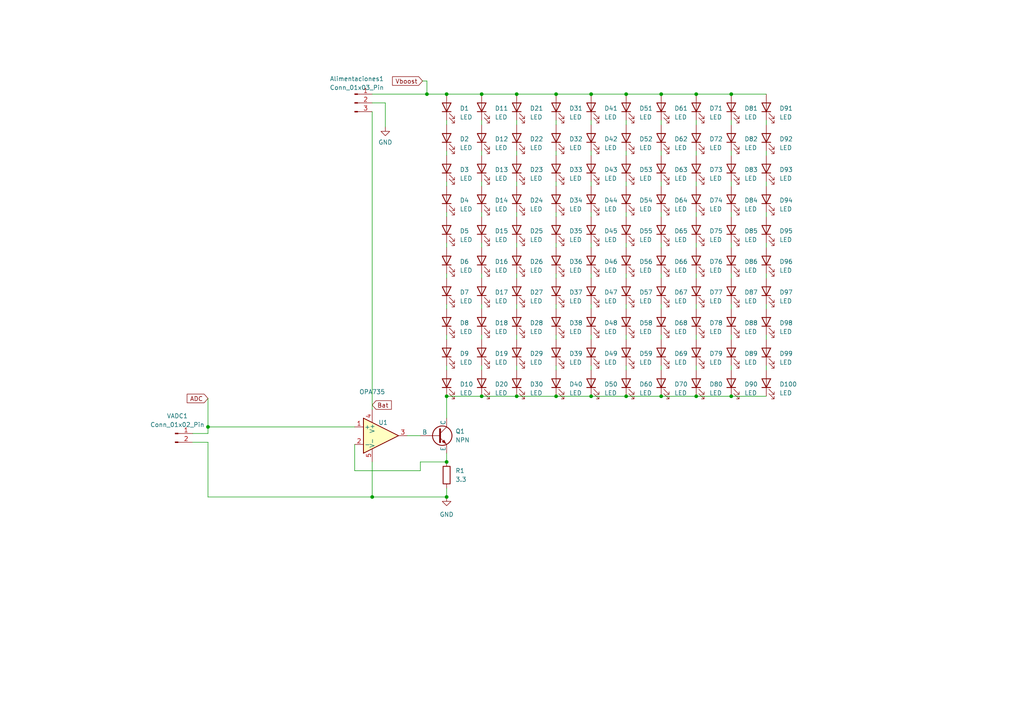
<source format=kicad_sch>
(kicad_sch (version 20231120) (generator "eeschema") (generator_version "8.0")
  (paper "A4")
  (lib_symbols
    (symbol "Connector:Conn_01x02_Pin" (pin_names (offset 1.016) hide)
      (property "Reference" "J" (at 0 2.54 0))
      (property "Value" "Conn_01x02_Pin" (at 0 -5.08 0))
      (symbol "Conn_01x02_Pin_1_1"
        (polyline (pts (xy 1.27 -2.54) (xy 0.8636 -2.54)) (stroke (width 0.1524)))
        (polyline (pts (xy 1.27 0) (xy 0.8636 0)) (stroke (width 0.1524)))
        (rectangle (start 0.8636 -2.413) (end 0 -2.667) (stroke (width 0.1524)) (fill (type outline)))
        (rectangle (start 0.8636 0.127) (end 0 -0.127) (stroke (width 0.1524)) (fill (type outline)))
        (pin passive line (at 5.08 0 180) (length 3.81) (name "Pin_1") (number "1"))
        (pin passive line (at 5.08 -2.54 180) (length 3.81) (name "Pin_2") (number "2"))
      )
    )
    (symbol "Connector:Conn_01x03_Pin" (pin_names (offset 1.016) hide)
      (property "Reference" "J" (at 0 5.08 0))
      (property "Value" "Conn_01x03_Pin" (at 0 -5.08 0))
      (symbol "Conn_01x03_Pin_1_1"
        (polyline (pts (xy 1.27 -2.54) (xy 0.8636 -2.54)) (stroke (width 0.1524)))
        (polyline (pts (xy 1.27 0) (xy 0.8636 0)) (stroke (width 0.1524)))
        (polyline (pts (xy 1.27 2.54) (xy 0.8636 2.54)) (stroke (width 0.1524)))
        (rectangle (start 0.8636 -2.413) (end 0 -2.667) (stroke (width 0.1524)) (fill (type outline)))
        (rectangle (start 0.8636 0.127) (end 0 -0.127) (stroke (width 0.1524)) (fill (type outline)))
        (rectangle (start 0.8636 2.667) (end 0 2.413) (stroke (width 0.1524)) (fill (type outline)))
        (pin passive line (at 5.08 2.54 180) (length 3.81) (name "Pin_1") (number "1"))
        (pin passive line (at 5.08 0 180) (length 3.81) (name "Pin_2") (number "2"))
        (pin passive line (at 5.08 -2.54 180) (length 3.81) (name "Pin_3") (number "3"))
      )
    )
    (symbol "Device:LED" (pin_numbers hide) (pin_names (offset 1.016) hide)
      (property "Reference" "D" (at 0 2.54 0))
      (property "Value" "LED" (at 0 -2.54 0))
      (symbol "LED_0_1"
        (polyline (pts (xy -1.27 -1.27) (xy -1.27 1.27)) (stroke (width 0.254)))
        (polyline (pts (xy -1.27 0) (xy 1.27 0)))
        (polyline (pts (xy 1.27 -1.27) (xy 1.27 1.27) (xy -1.27 0) (xy 1.27 -1.27)) (stroke (width 0.254)))
        (polyline (pts (xy -3.048 -0.762) (xy -4.572 -2.286) (xy -3.81 -2.286) (xy -4.572 -2.286) (xy -4.572 -1.524)))
        (polyline (pts (xy -1.778 -0.762) (xy -3.302 -2.286) (xy -2.54 -2.286) (xy -3.302 -2.286) (xy -3.302 -1.524)))
      )
      (symbol "LED_1_1"
        (pin passive line (at -3.81 0 0) (length 2.54) (name "K") (number "1"))
        (pin passive line (at 3.81 0 180) (length 2.54) (name "A") (number "2"))
      )
    )
    (symbol "Device:R" (pin_numbers hide) (pin_names (offset 0))
      (property "Reference" "R" (at 2.032 0 90))
      (property "Value" "R" (at 0 0 90))
      (symbol "R_0_1"
        (rectangle (start -1.016 -2.54) (end 1.016 2.54) (stroke (width 0.254)))
      )
      (symbol "R_1_1"
        (pin passive line (at 0 3.81 270) (length 1.27) (name "~") (number "1"))
        (pin passive line (at 0 -3.81 90) (length 1.27) (name "~") (number "2"))
      )
    )
    (symbol "Simulation_SPICE:NPN" (pin_numbers hide) (pin_names (offset 0))
      (property "Reference" "Q" (at -2.54 7.62 0))
      (property "Value" "NPN" (at -2.54 5.08 0))
      (symbol "NPN_0_1"
        (polyline (pts (xy -2.54 0) (xy 0.635 0)) (stroke (width 0.1524)))
        (polyline (pts (xy 0.635 0.635) (xy 2.54 2.54)))
        (polyline (pts (xy 2.794 -1.27) (xy 2.794 -1.27)) (stroke (width 0.1524)))
        (polyline (pts (xy 2.794 -1.27) (xy 2.794 -1.27)) (stroke (width 0.1524)))
        (polyline (pts (xy 0.635 -0.635) (xy 2.54 -2.54) (xy 2.54 -2.54)))
        (polyline (pts (xy 0.635 1.905) (xy 0.635 -1.905) (xy 0.635 -1.905)) (stroke (width 0.508)))
        (polyline (pts (xy 1.27 -1.778) (xy 1.778 -1.27) (xy 2.286 -2.286) (xy 1.27 -1.778) (xy 1.27 -1.778)) (fill (type outline)))
        (circle (center 1.27 0) (radius 2.8194) (stroke (width 0.254)))
      )
      (symbol "NPN_1_1"
        (pin open_collector line (at 2.54 5.08 270) (length 2.54) (name "C") (number "1"))
        (pin input line (at -5.08 0 0) (length 2.54) (name "B") (number "2"))
        (pin open_emitter line (at 2.54 -5.08 90) (length 2.54) (name "E") (number "3"))
      )
    )
    (symbol "Simulation_SPICE:OPAMP" (pin_names (offset 0.254))
      (property "Reference" "U" (at 3.81 3.175 0))
      (property "Value" "${SIM.PARAMS}" (at 3.81 -3.175 0))
      (symbol "OPAMP_0_1"
        (polyline (pts (xy 5.08 0) (xy -5.08 5.08) (xy -5.08 -5.08) (xy 5.08 0)) (stroke (width 0.254)) (fill (type background)))
      )
      (symbol "OPAMP_1_1"
        (pin input line (at -7.62 2.54 0) (length 2.54) (name "+") (number "1"))
        (pin input line (at -7.62 -2.54 0) (length 2.54) (name "-") (number "2"))
        (pin output line (at 7.62 0 180) (length 2.54) (name "~") (number "3"))
        (pin power_in line (at -2.54 7.62 270) (length 3.81) (name "V+") (number "4"))
        (pin power_in line (at -2.54 -7.62 90) (length 3.81) (name "V-") (number "5"))
      )
    )
    (symbol "power:GND" (power) (pin_names (offset 0))
      (property "Value" "GND" (at 0 -3.81 0))
      (symbol "GND_0_1"
        (polyline (pts (xy 0 0) (xy 0 -1.27) (xy 1.27 -1.27) (xy 0 -2.54) (xy -1.27 -1.27) (xy 0 -1.27)))
      )
      (symbol "GND_1_1"
        (pin power_in line (at 0 0 270) (length 0) hide (name "GND") (number "1"))
      )
    )
  )
  (junction (at 181.61 27.305))
  (junction (at 149.86 27.305))
  (junction (at 201.93 27.305))
  (junction (at 161.29 114.935))
  (junction (at 107.95 144.145))
  (junction (at 129.54 133.985))
  (junction (at 123.825 27.305))
  (junction (at 171.45 114.935))
  (junction (at 139.7 114.935))
  (junction (at 129.54 144.145))
  (junction (at 129.54 27.305))
  (junction (at 129.54 114.935))
  (junction (at 139.7 27.305))
  (junction (at 149.86 114.935))
  (junction (at 191.77 114.935))
  (junction (at 181.61 114.935))
  (junction (at 201.93 114.935))
  (junction (at 171.45 27.305))
  (junction (at 212.09 27.305))
  (junction (at 60.325 123.825))
  (junction (at 191.77 27.305))
  (junction (at 161.29 27.305))
  (junction (at 212.09 114.935))
  (wire (pts (xy 129.54 43.815) (xy 129.54 45.085)))
  (wire (pts (xy 171.45 97.155) (xy 171.45 98.425)))
  (wire (pts (xy 149.86 106.045) (xy 149.86 107.315)))
  (wire (pts (xy 139.7 52.705) (xy 139.7 53.975)))
  (wire (pts (xy 212.09 43.815) (xy 212.09 45.085)))
  (wire (pts (xy 181.61 97.155) (xy 181.61 98.425)))
  (wire (pts (xy 201.93 97.155) (xy 201.93 98.425)))
  (wire (pts (xy 212.09 61.595) (xy 212.09 62.865)))
  (wire (pts (xy 222.25 97.155) (xy 222.25 98.425)))
  (wire (pts (xy 212.09 114.935) (xy 201.93 114.935)))
  (wire (pts (xy 139.7 88.265) (xy 139.7 89.535)))
  (wire (pts (xy 161.29 70.485) (xy 161.29 71.755)))
  (wire (pts (xy 149.86 43.815) (xy 149.86 45.085)))
  (wire (pts (xy 171.45 61.595) (xy 171.45 62.865)))
  (wire (pts (xy 201.93 61.595) (xy 201.93 62.865)))
  (wire (pts (xy 161.29 88.265) (xy 161.29 89.535)))
  (wire (pts (xy 60.325 144.145) (xy 107.95 144.145)))
  (wire (pts (xy 161.29 43.815) (xy 161.29 45.085)))
  (wire (pts (xy 181.61 61.595) (xy 181.61 62.865)))
  (wire (pts (xy 201.93 27.305) (xy 212.09 27.305)))
  (wire (pts (xy 201.93 43.815) (xy 201.93 45.085)))
  (wire (pts (xy 149.86 97.155) (xy 149.86 98.425)))
  (wire (pts (xy 171.45 52.705) (xy 171.45 53.975)))
  (wire (pts (xy 222.25 79.375) (xy 222.25 80.645)))
  (wire (pts (xy 139.7 114.935) (xy 129.54 114.935)))
  (wire (pts (xy 161.29 114.935) (xy 149.86 114.935)))
  (wire (pts (xy 123.825 27.305) (xy 129.54 27.305)))
  (wire (pts (xy 121.92 136.525) (xy 121.92 133.985)))
  (wire (pts (xy 129.54 141.605) (xy 129.54 144.145)))
  (wire (pts (xy 139.7 79.375) (xy 139.7 80.645)))
  (wire (pts (xy 191.77 27.305) (xy 201.93 27.305)))
  (wire (pts (xy 181.61 34.925) (xy 181.61 36.195)))
  (wire (pts (xy 222.25 70.485) (xy 222.25 71.755)))
  (wire (pts (xy 111.76 36.83) (xy 111.76 29.845)))
  (wire (pts (xy 107.95 133.985) (xy 107.95 144.145)))
  (wire (pts (xy 129.54 79.375) (xy 129.54 80.645)))
  (wire (pts (xy 55.88 128.27) (xy 60.325 128.27)))
  (wire (pts (xy 161.29 61.595) (xy 161.29 62.865)))
  (wire (pts (xy 161.29 52.705) (xy 161.29 53.975)))
  (wire (pts (xy 149.86 52.705) (xy 149.86 53.975)))
  (wire (pts (xy 139.7 97.155) (xy 139.7 98.425)))
  (wire (pts (xy 111.76 29.845) (xy 107.95 29.845)))
  (wire (pts (xy 60.325 128.27) (xy 60.325 144.145)))
  (wire (pts (xy 201.93 114.935) (xy 191.77 114.935)))
  (wire (pts (xy 149.86 27.305) (xy 161.29 27.305)))
  (wire (pts (xy 161.29 106.045) (xy 161.29 107.315)))
  (wire (pts (xy 191.77 43.815) (xy 191.77 45.085)))
  (wire (pts (xy 171.45 79.375) (xy 171.45 80.645)))
  (wire (pts (xy 129.54 52.705) (xy 129.54 53.975)))
  (wire (pts (xy 212.09 34.925) (xy 212.09 36.195)))
  (wire (pts (xy 129.54 34.925) (xy 129.54 36.195)))
  (wire (pts (xy 149.86 79.375) (xy 149.86 80.645)))
  (wire (pts (xy 181.61 114.935) (xy 171.45 114.935)))
  (wire (pts (xy 201.93 79.375) (xy 201.93 80.645)))
  (wire (pts (xy 181.61 79.375) (xy 181.61 80.645)))
  (wire (pts (xy 191.77 88.265) (xy 191.77 89.535)))
  (wire (pts (xy 201.93 52.705) (xy 201.93 53.975)))
  (wire (pts (xy 191.77 70.485) (xy 191.77 71.755)))
  (wire (pts (xy 161.29 27.305) (xy 171.45 27.305)))
  (wire (pts (xy 149.86 61.595) (xy 149.86 62.865)))
  (wire (pts (xy 222.25 52.705) (xy 222.25 53.975)))
  (wire (pts (xy 191.77 97.155) (xy 191.77 98.425)))
  (wire (pts (xy 191.77 52.705) (xy 191.77 53.975)))
  (wire (pts (xy 181.61 43.815) (xy 181.61 45.085)))
  (wire (pts (xy 181.61 88.265) (xy 181.61 89.535)))
  (wire (pts (xy 212.09 106.045) (xy 212.09 107.315)))
  (wire (pts (xy 191.77 114.935) (xy 181.61 114.935)))
  (wire (pts (xy 181.61 70.485) (xy 181.61 71.755)))
  (wire (pts (xy 222.25 43.815) (xy 222.25 45.085)))
  (wire (pts (xy 191.77 79.375) (xy 191.77 80.645)))
  (wire (pts (xy 129.54 114.935) (xy 129.54 121.285)))
  (wire (pts (xy 191.77 61.595) (xy 191.77 62.865)))
  (wire (pts (xy 129.54 88.265) (xy 129.54 89.535)))
  (wire (pts (xy 107.95 144.145) (xy 129.54 144.145)))
  (wire (pts (xy 123.825 23.495) (xy 123.825 27.305)))
  (wire (pts (xy 171.45 106.045) (xy 171.45 107.315)))
  (wire (pts (xy 171.45 88.265) (xy 171.45 89.535)))
  (wire (pts (xy 129.54 97.155) (xy 129.54 98.425)))
  (wire (pts (xy 171.45 43.815) (xy 171.45 45.085)))
  (wire (pts (xy 171.45 114.935) (xy 161.29 114.935)))
  (wire (pts (xy 191.77 106.045) (xy 191.77 107.315)))
  (wire (pts (xy 129.54 131.445) (xy 129.54 133.985)))
  (wire (pts (xy 149.86 70.485) (xy 149.86 71.755)))
  (wire (pts (xy 161.29 97.155) (xy 161.29 98.425)))
  (wire (pts (xy 212.09 27.305) (xy 222.25 27.305)))
  (wire (pts (xy 201.93 106.045) (xy 201.93 107.315)))
  (wire (pts (xy 60.325 115.57) (xy 60.325 123.825)))
  (wire (pts (xy 222.25 88.265) (xy 222.25 89.535)))
  (wire (pts (xy 118.11 126.365) (xy 121.92 126.365)))
  (wire (pts (xy 212.09 52.705) (xy 212.09 53.975)))
  (wire (pts (xy 171.45 27.305) (xy 181.61 27.305)))
  (wire (pts (xy 222.25 114.935) (xy 212.09 114.935)))
  (wire (pts (xy 139.7 106.045) (xy 139.7 107.315)))
  (wire (pts (xy 60.325 123.825) (xy 60.325 125.73)))
  (wire (pts (xy 191.77 34.925) (xy 191.77 36.195)))
  (wire (pts (xy 149.86 34.925) (xy 149.86 36.195)))
  (wire (pts (xy 149.86 114.935) (xy 139.7 114.935)))
  (wire (pts (xy 171.45 70.485) (xy 171.45 71.755)))
  (wire (pts (xy 139.7 43.815) (xy 139.7 45.085)))
  (wire (pts (xy 161.29 34.925) (xy 161.29 36.195)))
  (wire (pts (xy 122.555 23.495) (xy 123.825 23.495)))
  (wire (pts (xy 139.7 70.485) (xy 139.7 71.755)))
  (wire (pts (xy 212.09 97.155) (xy 212.09 98.425)))
  (wire (pts (xy 171.45 34.925) (xy 171.45 36.195)))
  (wire (pts (xy 222.25 106.045) (xy 222.25 107.315)))
  (wire (pts (xy 139.7 61.595) (xy 139.7 62.865)))
  (wire (pts (xy 121.92 133.985) (xy 129.54 133.985)))
  (wire (pts (xy 161.29 79.375) (xy 161.29 80.645)))
  (wire (pts (xy 181.61 106.045) (xy 181.61 107.315)))
  (wire (pts (xy 201.93 88.265) (xy 201.93 89.535)))
  (wire (pts (xy 107.95 27.305) (xy 123.825 27.305)))
  (wire (pts (xy 139.7 27.305) (xy 149.86 27.305)))
  (wire (pts (xy 212.09 70.485) (xy 212.09 71.755)))
  (wire (pts (xy 129.54 61.595) (xy 129.54 62.865)))
  (wire (pts (xy 222.25 61.595) (xy 222.25 62.865)))
  (wire (pts (xy 129.54 70.485) (xy 129.54 71.755)))
  (wire (pts (xy 149.86 88.265) (xy 149.86 89.535)))
  (wire (pts (xy 107.95 32.385) (xy 107.95 118.745)))
  (wire (pts (xy 212.09 88.265) (xy 212.09 89.535)))
  (wire (pts (xy 55.88 125.73) (xy 60.325 125.73)))
  (wire (pts (xy 60.325 123.825) (xy 102.87 123.825)))
  (wire (pts (xy 222.25 34.925) (xy 222.25 36.195)))
  (wire (pts (xy 102.87 136.525) (xy 121.92 136.525)))
  (wire (pts (xy 102.87 128.905) (xy 102.87 136.525)))
  (wire (pts (xy 181.61 27.305) (xy 191.77 27.305)))
  (wire (pts (xy 201.93 70.485) (xy 201.93 71.755)))
  (wire (pts (xy 129.54 106.045) (xy 129.54 107.315)))
  (wire (pts (xy 212.09 79.375) (xy 212.09 80.645)))
  (wire (pts (xy 181.61 52.705) (xy 181.61 53.975)))
  (wire (pts (xy 129.54 27.305) (xy 139.7 27.305)))
  (wire (pts (xy 201.93 34.925) (xy 201.93 36.195)))
  (wire (pts (xy 139.7 34.925) (xy 139.7 36.195)))
  (global_label "Bat" (shape input) (at 107.95 117.475 0) (property "Intersheetrefs" "${INTERSHEET_REFS}" (effects (hide yes))))
  (global_label "Vboost" (shape input) (at 122.555 23.495 180) (property "Intersheetrefs" "${INTERSHEET_REFS}" (effects (hide yes))))
  (global_label "ADC" (shape input) (at 60.325 115.57 180) (property "Intersheetrefs" "${INTERSHEET_REFS}" (effects (hide yes))))
  (symbol (lib_id "Device:LED") (at 181.61 66.675 90) (unit 1)
    (property "Reference" "D55" (at 185.42 66.9925 90) (effects (justify right)))
    (property "Value" "LED" (at 185.42 69.5325 90) (effects (justify right)))
    (property "Footprint" "LED_THT:LED_Rectangular_W5.0mm_H2.0mm_Horizontal_O3.81mm_Z3.0mm" (effects (hide yes)))
  )
  (symbol (lib_id "Device:LED") (at 191.77 102.235 90) (unit 1)
    (property "Reference" "D69" (at 195.58 102.5525 90) (effects (justify right)))
    (property "Value" "LED" (at 195.58 105.0925 90) (effects (justify right)))
    (property "Footprint" "LED_THT:LED_Rectangular_W5.0mm_H2.0mm_Horizontal_O3.81mm_Z3.0mm" (effects (hide yes)))
  )
  (symbol (lib_id "Device:LED") (at 139.7 57.785 90) (unit 1)
    (property "Reference" "D14" (at 143.51 58.1025 90) (effects (justify right)))
    (property "Value" "LED" (at 143.51 60.6425 90) (effects (justify right)))
    (property "Footprint" "LED_THT:LED_Rectangular_W5.0mm_H2.0mm_Horizontal_O3.81mm_Z3.0mm" (effects (hide yes)))
  )
  (symbol (lib_id "Device:LED") (at 191.77 75.565 90) (unit 1)
    (property "Reference" "D66" (at 195.58 75.8825 90) (effects (justify right)))
    (property "Value" "LED" (at 195.58 78.4225 90) (effects (justify right)))
    (property "Footprint" "LED_THT:LED_Rectangular_W5.0mm_H2.0mm_Horizontal_O3.81mm_Z3.0mm" (effects (hide yes)))
  )
  (symbol (lib_id "Device:LED") (at 222.25 93.345 90) (unit 1)
    (property "Reference" "D98" (at 226.06 93.6625 90) (effects (justify right)))
    (property "Value" "LED" (at 226.06 96.2025 90) (effects (justify right)))
    (property "Footprint" "LED_THT:LED_Rectangular_W5.0mm_H2.0mm_Horizontal_O3.81mm_Z3.0mm" (effects (hide yes)))
  )
  (symbol (lib_id "Device:LED") (at 181.61 84.455 90) (unit 1)
    (property "Reference" "D57" (at 185.42 84.7725 90) (effects (justify right)))
    (property "Value" "LED" (at 185.42 87.3125 90) (effects (justify right)))
    (property "Footprint" "LED_THT:LED_Rectangular_W5.0mm_H2.0mm_Horizontal_O3.81mm_Z3.0mm" (effects (hide yes)))
  )
  (symbol (lib_id "Device:LED") (at 171.45 66.675 90) (unit 1)
    (property "Reference" "D45" (at 175.26 66.9925 90) (effects (justify right)))
    (property "Value" "LED" (at 175.26 69.5325 90) (effects (justify right)))
    (property "Footprint" "LED_THT:LED_Rectangular_W5.0mm_H2.0mm_Horizontal_O3.81mm_Z3.0mm" (effects (hide yes)))
  )
  (symbol (lib_id "Device:LED") (at 139.7 102.235 90) (unit 1)
    (property "Reference" "D19" (at 143.51 102.5525 90) (effects (justify right)))
    (property "Value" "LED" (at 143.51 105.0925 90) (effects (justify right)))
    (property "Footprint" "LED_THT:LED_Rectangular_W5.0mm_H2.0mm_Horizontal_O3.81mm_Z3.0mm" (effects (hide yes)))
  )
  (symbol (lib_id "Simulation_SPICE:OPAMP") (at 110.49 126.365 0) (unit 1)
    (property "Reference" "U1" (at 111.125 122.555 0))
    (property "Value" "OPA735" (at 107.95 113.665 0))
    (property "Footprint" "Package_TO_SOT_SMD:TSOT-23-5_HandSoldering" (effects (hide yes)))
    (property "Sim.Pins" "1=1 2=2 3=3 4=4 5=5" (effects (hide yes)))
    (property "Sim.Device" "SPICE" (effects (hide yes)))
    (property "Sim.Params" "type=\"X\" model=\"OPAMP\" lib=\"\"" (effects (hide yes)))
  )
  (symbol (lib_id "Device:LED") (at 129.54 75.565 90) (unit 1)
    (property "Reference" "D6" (at 133.35 75.8825 90) (effects (justify right)))
    (property "Value" "LED" (at 133.35 78.4225 90) (effects (justify right)))
    (property "Footprint" "LED_SMD:LED_Avago_PLCC4_3.2x2.8mm_CW" (effects (hide yes)))
  )
  (symbol (lib_id "Device:LED") (at 171.45 84.455 90) (unit 1)
    (property "Reference" "D47" (at 175.26 84.7725 90) (effects (justify right)))
    (property "Value" "LED" (at 175.26 87.3125 90) (effects (justify right)))
    (property "Footprint" "LED_THT:LED_Rectangular_W5.0mm_H2.0mm_Horizontal_O3.81mm_Z3.0mm" (effects (hide yes)))
  )
  (symbol (lib_id "Device:LED") (at 191.77 84.455 90) (unit 1)
    (property "Reference" "D67" (at 195.58 84.7725 90) (effects (justify right)))
    (property "Value" "LED" (at 195.58 87.3125 90) (effects (justify right)))
    (property "Footprint" "LED_THT:LED_Rectangular_W5.0mm_H2.0mm_Horizontal_O3.81mm_Z3.0mm" (effects (hide yes)))
  )
  (symbol (lib_id "Device:LED") (at 161.29 48.895 90) (unit 1)
    (property "Reference" "D33" (at 165.1 49.2125 90) (effects (justify right)))
    (property "Value" "LED" (at 165.1 51.7525 90) (effects (justify right)))
    (property "Footprint" "LED_THT:LED_Rectangular_W5.0mm_H2.0mm_Horizontal_O3.81mm_Z3.0mm" (effects (hide yes)))
  )
  (symbol (lib_id "Device:LED") (at 171.45 31.115 90) (unit 1)
    (property "Reference" "D41" (at 175.26 31.4325 90) (effects (justify right)))
    (property "Value" "LED" (at 175.26 33.9725 90) (effects (justify right)))
    (property "Footprint" "LED_THT:LED_Rectangular_W5.0mm_H2.0mm_Horizontal_O3.81mm_Z3.0mm" (effects (hide yes)))
  )
  (symbol (lib_id "Device:LED") (at 139.7 75.565 90) (unit 1)
    (property "Reference" "D16" (at 143.51 75.8825 90) (effects (justify right)))
    (property "Value" "LED" (at 143.51 78.4225 90) (effects (justify right)))
    (property "Footprint" "LED_THT:LED_Rectangular_W5.0mm_H2.0mm_Horizontal_O3.81mm_Z3.0mm" (effects (hide yes)))
  )
  (symbol (lib_id "Device:LED") (at 139.7 111.125 90) (unit 1)
    (property "Reference" "D20" (at 143.51 111.4425 90) (effects (justify right)))
    (property "Value" "LED" (at 143.51 113.9825 90) (effects (justify right)))
    (property "Footprint" "LED_THT:LED_Rectangular_W5.0mm_H2.0mm_Horizontal_O3.81mm_Z3.0mm" (effects (hide yes)))
  )
  (symbol (lib_id "Device:LED") (at 222.25 40.005 90) (unit 1)
    (property "Reference" "D92" (at 226.06 40.3225 90) (effects (justify right)))
    (property "Value" "LED" (at 226.06 42.8625 90) (effects (justify right)))
    (property "Footprint" "LED_THT:LED_Rectangular_W5.0mm_H2.0mm_Horizontal_O3.81mm_Z3.0mm" (effects (hide yes)))
  )
  (symbol (lib_id "Device:LED") (at 222.25 31.115 90) (unit 1)
    (property "Reference" "D91" (at 226.06 31.4325 90) (effects (justify right)))
    (property "Value" "LED" (at 226.06 33.9725 90) (effects (justify right)))
    (property "Footprint" "LED_THT:LED_Rectangular_W5.0mm_H2.0mm_Horizontal_O3.81mm_Z3.0mm" (effects (hide yes)))
  )
  (symbol (lib_id "Device:LED") (at 161.29 93.345 90) (unit 1)
    (property "Reference" "D38" (at 165.1 93.6625 90) (effects (justify right)))
    (property "Value" "LED" (at 165.1 96.2025 90) (effects (justify right)))
    (property "Footprint" "LED_THT:LED_Rectangular_W5.0mm_H2.0mm_Horizontal_O3.81mm_Z3.0mm" (effects (hide yes)))
  )
  (symbol (lib_id "Device:LED") (at 212.09 57.785 90) (unit 1)
    (property "Reference" "D84" (at 215.9 58.1025 90) (effects (justify right)))
    (property "Value" "LED" (at 215.9 60.6425 90) (effects (justify right)))
    (property "Footprint" "LED_THT:LED_Rectangular_W5.0mm_H2.0mm_Horizontal_O3.81mm_Z3.0mm" (effects (hide yes)))
  )
  (symbol (lib_id "Device:LED") (at 191.77 48.895 90) (unit 1)
    (property "Reference" "D63" (at 195.58 49.2125 90) (effects (justify right)))
    (property "Value" "LED" (at 195.58 51.7525 90) (effects (justify right)))
    (property "Footprint" "LED_THT:LED_Rectangular_W5.0mm_H2.0mm_Horizontal_O3.81mm_Z3.0mm" (effects (hide yes)))
  )
  (symbol (lib_id "Device:LED") (at 212.09 66.675 90) (unit 1)
    (property "Reference" "D85" (at 215.9 66.9925 90) (effects (justify right)))
    (property "Value" "LED" (at 215.9 69.5325 90) (effects (justify right)))
    (property "Footprint" "LED_THT:LED_Rectangular_W5.0mm_H2.0mm_Horizontal_O3.81mm_Z3.0mm" (effects (hide yes)))
  )
  (symbol (lib_id "Device:LED") (at 201.93 111.125 90) (unit 1)
    (property "Reference" "D80" (at 205.74 111.4425 90) (effects (justify right)))
    (property "Value" "LED" (at 205.74 113.9825 90) (effects (justify right)))
    (property "Footprint" "LED_THT:LED_Rectangular_W5.0mm_H2.0mm_Horizontal_O3.81mm_Z3.0mm" (effects (hide yes)))
  )
  (symbol (lib_id "power:GND") (at 129.54 144.145 0) (unit 1)
    (property "Reference" "#PWR02" (effects (hide yes)))
    (property "Value" "GND" (at 129.54 149.225 0))
  )
  (symbol (lib_id "Device:LED") (at 201.93 84.455 90) (unit 1)
    (property "Reference" "D77" (at 205.74 84.7725 90) (effects (justify right)))
    (property "Value" "LED" (at 205.74 87.3125 90) (effects (justify right)))
    (property "Footprint" "LED_THT:LED_Rectangular_W5.0mm_H2.0mm_Horizontal_O3.81mm_Z3.0mm" (effects (hide yes)))
  )
  (symbol (lib_id "Device:LED") (at 212.09 111.125 90) (unit 1)
    (property "Reference" "D90" (at 215.9 111.4425 90) (effects (justify right)))
    (property "Value" "LED" (at 215.9 113.9825 90) (effects (justify right)))
    (property "Footprint" "LED_THT:LED_Rectangular_W5.0mm_H2.0mm_Horizontal_O3.81mm_Z3.0mm" (effects (hide yes)))
  )
  (symbol (lib_id "Device:LED") (at 212.09 93.345 90) (unit 1)
    (property "Reference" "D88" (at 215.9 93.6625 90) (effects (justify right)))
    (property "Value" "LED" (at 215.9 96.2025 90) (effects (justify right)))
    (property "Footprint" "LED_THT:LED_Rectangular_W5.0mm_H2.0mm_Horizontal_O3.81mm_Z3.0mm" (effects (hide yes)))
  )
  (symbol (lib_id "Device:LED") (at 212.09 48.895 90) (unit 1)
    (property "Reference" "D83" (at 215.9 49.2125 90) (effects (justify right)))
    (property "Value" "LED" (at 215.9 51.7525 90) (effects (justify right)))
    (property "Footprint" "LED_THT:LED_Rectangular_W5.0mm_H2.0mm_Horizontal_O3.81mm_Z3.0mm" (effects (hide yes)))
  )
  (symbol (lib_id "Device:LED") (at 149.86 57.785 90) (unit 1)
    (property "Reference" "D24" (at 153.67 58.1025 90) (effects (justify right)))
    (property "Value" "LED" (at 153.67 60.6425 90) (effects (justify right)))
    (property "Footprint" "LED_THT:LED_Rectangular_W5.0mm_H2.0mm_Horizontal_O3.81mm_Z3.0mm" (effects (hide yes)))
  )
  (symbol (lib_id "power:GND") (at 111.76 36.83 0) (unit 1)
    (property "Reference" "#PWR03" (effects (hide yes)))
    (property "Value" "GND" (at 111.76 41.275 0))
  )
  (symbol (lib_id "Device:LED") (at 181.61 48.895 90) (unit 1)
    (property "Reference" "D53" (at 185.42 49.2125 90) (effects (justify right)))
    (property "Value" "LED" (at 185.42 51.7525 90) (effects (justify right)))
    (property "Footprint" "LED_THT:LED_Rectangular_W5.0mm_H2.0mm_Horizontal_O3.81mm_Z3.0mm" (effects (hide yes)))
  )
  (symbol (lib_id "Device:LED") (at 201.93 102.235 90) (unit 1)
    (property "Reference" "D79" (at 205.74 102.5525 90) (effects (justify right)))
    (property "Value" "LED" (at 205.74 105.0925 90) (effects (justify right)))
    (property "Footprint" "LED_THT:LED_Rectangular_W5.0mm_H2.0mm_Horizontal_O3.81mm_Z3.0mm" (effects (hide yes)))
  )
  (symbol (lib_id "Device:LED") (at 181.61 75.565 90) (unit 1)
    (property "Reference" "D56" (at 185.42 75.8825 90) (effects (justify right)))
    (property "Value" "LED" (at 185.42 78.4225 90) (effects (justify right)))
    (property "Footprint" "LED_THT:LED_Rectangular_W5.0mm_H2.0mm_Horizontal_O3.81mm_Z3.0mm" (effects (hide yes)))
  )
  (symbol (lib_id "Device:LED") (at 161.29 75.565 90) (unit 1)
    (property "Reference" "D36" (at 165.1 75.8825 90) (effects (justify right)))
    (property "Value" "LED" (at 165.1 78.4225 90) (effects (justify right)))
    (property "Footprint" "LED_THT:LED_Rectangular_W5.0mm_H2.0mm_Horizontal_O3.81mm_Z3.0mm" (effects (hide yes)))
  )
  (symbol (lib_id "Device:LED") (at 149.86 93.345 90) (unit 1)
    (property "Reference" "D28" (at 153.67 93.6625 90) (effects (justify right)))
    (property "Value" "LED" (at 153.67 96.2025 90) (effects (justify right)))
    (property "Footprint" "LED_THT:LED_Rectangular_W5.0mm_H2.0mm_Horizontal_O3.81mm_Z3.0mm" (effects (hide yes)))
  )
  (symbol (lib_id "Device:LED") (at 212.09 84.455 90) (unit 1)
    (property "Reference" "D87" (at 215.9 84.7725 90) (effects (justify right)))
    (property "Value" "LED" (at 215.9 87.3125 90) (effects (justify right)))
    (property "Footprint" "LED_THT:LED_Rectangular_W5.0mm_H2.0mm_Horizontal_O3.81mm_Z3.0mm" (effects (hide yes)))
  )
  (symbol (lib_id "Simulation_SPICE:NPN") (at 127 126.365 0) (unit 1)
    (property "Reference" "Q1" (at 132.08 125.095 0) (effects (justify left)))
    (property "Value" "NPN" (at 132.08 127.635 0) (effects (justify left)))
    (property "Footprint" "Package_TO_SOT_SMD:SOT-223" (effects (hide yes)))
    (property "Sim.Device" "NPN" (effects (hide yes)))
    (property "Sim.Type" "GUMMELPOON" (effects (hide yes)))
    (property "Sim.Pins" "1=C 2=B 3=E" (effects (hide yes)))
  )
  (symbol (lib_id "Device:LED") (at 129.54 93.345 90) (unit 1)
    (property "Reference" "D8" (at 133.35 93.6625 90) (effects (justify right)))
    (property "Value" "LED" (at 133.35 96.2025 90) (effects (justify right)))
    (property "Footprint" "LED_SMD:LED_Avago_PLCC4_3.2x2.8mm_CW" (effects (hide yes)))
  )
  (symbol (lib_id "Device:LED") (at 149.86 48.895 90) (unit 1)
    (property "Reference" "D23" (at 153.67 49.2125 90) (effects (justify right)))
    (property "Value" "LED" (at 153.67 51.7525 90) (effects (justify right)))
    (property "Footprint" "LED_THT:LED_Rectangular_W5.0mm_H2.0mm_Horizontal_O3.81mm_Z3.0mm" (effects (hide yes)))
  )
  (symbol (lib_id "Device:LED") (at 181.61 93.345 90) (unit 1)
    (property "Reference" "D58" (at 185.42 93.6625 90) (effects (justify right)))
    (property "Value" "LED" (at 185.42 96.2025 90) (effects (justify right)))
    (property "Footprint" "LED_THT:LED_Rectangular_W5.0mm_H2.0mm_Horizontal_O3.81mm_Z3.0mm" (effects (hide yes)))
  )
  (symbol (lib_id "Device:LED") (at 171.45 93.345 90) (unit 1)
    (property "Reference" "D48" (at 175.26 93.6625 90) (effects (justify right)))
    (property "Value" "LED" (at 175.26 96.2025 90) (effects (justify right)))
    (property "Footprint" "LED_THT:LED_Rectangular_W5.0mm_H2.0mm_Horizontal_O3.81mm_Z3.0mm" (effects (hide yes)))
  )
  (symbol (lib_id "Device:LED") (at 129.54 84.455 90) (unit 1)
    (property "Reference" "D7" (at 133.35 84.7725 90) (effects (justify right)))
    (property "Value" "LED" (at 133.35 87.3125 90) (effects (justify right)))
    (property "Footprint" "LED_SMD:LED_Avago_PLCC4_3.2x2.8mm_CW" (effects (hide yes)))
  )
  (symbol (lib_id "Device:LED") (at 139.7 31.115 90) (unit 1)
    (property "Reference" "D11" (at 143.51 31.4325 90) (effects (justify right)))
    (property "Value" "LED" (at 143.51 33.9725 90) (effects (justify right)))
    (property "Footprint" "LED_THT:LED_Rectangular_W5.0mm_H2.0mm_Horizontal_O3.81mm_Z3.0mm" (effects (hide yes)))
  )
  (symbol (lib_id "Device:LED") (at 222.25 57.785 90) (unit 1)
    (property "Reference" "D94" (at 226.06 58.1025 90) (effects (justify right)))
    (property "Value" "LED" (at 226.06 60.6425 90) (effects (justify right)))
    (property "Footprint" "LED_THT:LED_Rectangular_W5.0mm_H2.0mm_Horizontal_O3.81mm_Z3.0mm" (effects (hide yes)))
  )
  (symbol (lib_id "Device:LED") (at 171.45 75.565 90) (unit 1)
    (property "Reference" "D46" (at 175.26 75.8825 90) (effects (justify right)))
    (property "Value" "LED" (at 175.26 78.4225 90) (effects (justify right)))
    (property "Footprint" "LED_THT:LED_Rectangular_W5.0mm_H2.0mm_Horizontal_O3.81mm_Z3.0mm" (effects (hide yes)))
  )
  (symbol (lib_id "Device:LED") (at 201.93 93.345 90) (unit 1)
    (property "Reference" "D78" (at 205.74 93.6625 90) (effects (justify right)))
    (property "Value" "LED" (at 205.74 96.2025 90) (effects (justify right)))
    (property "Footprint" "LED_THT:LED_Rectangular_W5.0mm_H2.0mm_Horizontal_O3.81mm_Z3.0mm" (effects (hide yes)))
  )
  (symbol (lib_id "Device:LED") (at 129.54 57.785 90) (unit 1)
    (property "Reference" "D4" (at 133.35 58.1025 90) (effects (justify right)))
    (property "Value" "LED" (at 133.35 60.6425 90) (effects (justify right)))
    (property "Footprint" "LED_SMD:LED_Avago_PLCC4_3.2x2.8mm_CW" (effects (hide yes)))
  )
  (symbol (lib_id "Device:LED") (at 161.29 57.785 90) (unit 1)
    (property "Reference" "D34" (at 165.1 58.1025 90) (effects (justify right)))
    (property "Value" "LED" (at 165.1 60.6425 90) (effects (justify right)))
    (property "Footprint" "LED_THT:LED_Rectangular_W5.0mm_H2.0mm_Horizontal_O3.81mm_Z3.0mm" (effects (hide yes)))
  )
  (symbol (lib_id "Device:LED") (at 161.29 84.455 90) (unit 1)
    (property "Reference" "D37" (at 165.1 84.7725 90) (effects (justify right)))
    (property "Value" "LED" (at 165.1 87.3125 90) (effects (justify right)))
    (property "Footprint" "LED_THT:LED_Rectangular_W5.0mm_H2.0mm_Horizontal_O3.81mm_Z3.0mm" (effects (hide yes)))
  )
  (symbol (lib_id "Device:LED") (at 191.77 93.345 90) (unit 1)
    (property "Reference" "D68" (at 195.58 93.6625 90) (effects (justify right)))
    (property "Value" "LED" (at 195.58 96.2025 90) (effects (justify right)))
    (property "Footprint" "LED_THT:LED_Rectangular_W5.0mm_H2.0mm_Horizontal_O3.81mm_Z3.0mm" (effects (hide yes)))
  )
  (symbol (lib_id "Device:LED") (at 181.61 57.785 90) (unit 1)
    (property "Reference" "D54" (at 185.42 58.1025 90) (effects (justify right)))
    (property "Value" "LED" (at 185.42 60.6425 90) (effects (justify right)))
    (property "Footprint" "LED_THT:LED_Rectangular_W5.0mm_H2.0mm_Horizontal_O3.81mm_Z3.0mm" (effects (hide yes)))
  )
  (symbol (lib_id "Device:LED") (at 191.77 57.785 90) (unit 1)
    (property "Reference" "D64" (at 195.58 58.1025 90) (effects (justify right)))
    (property "Value" "LED" (at 195.58 60.6425 90) (effects (justify right)))
    (property "Footprint" "LED_THT:LED_Rectangular_W5.0mm_H2.0mm_Horizontal_O3.81mm_Z3.0mm" (effects (hide yes)))
  )
  (symbol (lib_id "Device:LED") (at 149.86 102.235 90) (unit 1)
    (property "Reference" "D29" (at 153.67 102.5525 90) (effects (justify right)))
    (property "Value" "LED" (at 153.67 105.0925 90) (effects (justify right)))
    (property "Footprint" "LED_THT:LED_Rectangular_W5.0mm_H2.0mm_Horizontal_O3.81mm_Z3.0mm" (effects (hide yes)))
  )
  (symbol (lib_id "Device:LED") (at 222.25 84.455 90) (unit 1)
    (property "Reference" "D97" (at 226.06 84.7725 90) (effects (justify right)))
    (property "Value" "LED" (at 226.06 87.3125 90) (effects (justify right)))
    (property "Footprint" "LED_THT:LED_Rectangular_W5.0mm_H2.0mm_Horizontal_O3.81mm_Z3.0mm" (effects (hide yes)))
  )
  (symbol (lib_id "Device:LED") (at 139.7 66.675 90) (unit 1)
    (property "Reference" "D15" (at 143.51 66.9925 90) (effects (justify right)))
    (property "Value" "LED" (at 143.51 69.5325 90) (effects (justify right)))
    (property "Footprint" "LED_THT:LED_Rectangular_W5.0mm_H2.0mm_Horizontal_O3.81mm_Z3.0mm" (effects (hide yes)))
  )
  (symbol (lib_id "Device:LED") (at 171.45 57.785 90) (unit 1)
    (property "Reference" "D44" (at 175.26 58.1025 90) (effects (justify right)))
    (property "Value" "LED" (at 175.26 60.6425 90) (effects (justify right)))
    (property "Footprint" "LED_THT:LED_Rectangular_W5.0mm_H2.0mm_Horizontal_O3.81mm_Z3.0mm" (effects (hide yes)))
  )
  (symbol (lib_id "Device:LED") (at 201.93 48.895 90) (unit 1)
    (property "Reference" "D73" (at 205.74 49.2125 90) (effects (justify right)))
    (property "Value" "LED" (at 205.74 51.7525 90) (effects (justify right)))
    (property "Footprint" "LED_THT:LED_Rectangular_W5.0mm_H2.0mm_Horizontal_O3.81mm_Z3.0mm" (effects (hide yes)))
  )
  (symbol (lib_id "Device:LED") (at 201.93 31.115 90) (unit 1)
    (property "Reference" "D71" (at 205.74 31.4325 90) (effects (justify right)))
    (property "Value" "LED" (at 205.74 33.9725 90) (effects (justify right)))
    (property "Footprint" "LED_THT:LED_Rectangular_W5.0mm_H2.0mm_Horizontal_O3.81mm_Z3.0mm" (effects (hide yes)))
  )
  (symbol (lib_id "Device:LED") (at 161.29 66.675 90) (unit 1)
    (property "Reference" "D35" (at 165.1 66.9925 90) (effects (justify right)))
    (property "Value" "LED" (at 165.1 69.5325 90) (effects (justify right)))
    (property "Footprint" "LED_THT:LED_Rectangular_W5.0mm_H2.0mm_Horizontal_O3.81mm_Z3.0mm" (effects (hide yes)))
  )
  (symbol (lib_id "Connector:Conn_01x02_Pin") (at 50.8 125.73 0) (unit 1)
    (property "Reference" "VADC1" (at 51.435 120.65 0))
    (property "Value" "Conn_01x02_Pin" (at 51.435 123.19 0))
    (property "Footprint" "Connector_JST:JST_XH_B2B-XH-A_1x02_P2.50mm_Vertical" (effects (hide yes)))
  )
  (symbol (lib_id "Device:LED") (at 212.09 102.235 90) (unit 1)
    (property "Reference" "D89" (at 215.9 102.5525 90) (effects (justify right)))
    (property "Value" "LED" (at 215.9 105.0925 90) (effects (justify right)))
    (property "Footprint" "LED_THT:LED_Rectangular_W5.0mm_H2.0mm_Horizontal_O3.81mm_Z3.0mm" (effects (hide yes)))
  )
  (symbol (lib_id "Device:LED") (at 212.09 75.565 90) (unit 1)
    (property "Reference" "D86" (at 215.9 75.8825 90) (effects (justify right)))
    (property "Value" "LED" (at 215.9 78.4225 90) (effects (justify right)))
    (property "Footprint" "LED_THT:LED_Rectangular_W5.0mm_H2.0mm_Horizontal_O3.81mm_Z3.0mm" (effects (hide yes)))
  )
  (symbol (lib_id "Device:LED") (at 129.54 66.675 90) (unit 1)
    (property "Reference" "D5" (at 133.35 66.9925 90) (effects (justify right)))
    (property "Value" "LED" (at 133.35 69.5325 90) (effects (justify right)))
    (property "Footprint" "LED_SMD:LED_Avago_PLCC4_3.2x2.8mm_CW" (effects (hide yes)))
  )
  (symbol (lib_id "Device:LED") (at 181.61 102.235 90) (unit 1)
    (property "Reference" "D59" (at 185.42 102.5525 90) (effects (justify right)))
    (property "Value" "LED" (at 185.42 105.0925 90) (effects (justify right)))
    (property "Footprint" "LED_THT:LED_Rectangular_W5.0mm_H2.0mm_Horizontal_O3.81mm_Z3.0mm" (effects (hide yes)))
  )
  (symbol (lib_id "Device:LED") (at 171.45 102.235 90) (unit 1)
    (property "Reference" "D49" (at 175.26 102.5525 90) (effects (justify right)))
    (property "Value" "LED" (at 175.26 105.0925 90) (effects (justify right)))
    (property "Footprint" "LED_THT:LED_Rectangular_W5.0mm_H2.0mm_Horizontal_O3.81mm_Z3.0mm" (effects (hide yes)))
  )
  (symbol (lib_id "Device:LED") (at 212.09 40.005 90) (unit 1)
    (property "Reference" "D82" (at 215.9 40.3225 90) (effects (justify right)))
    (property "Value" "LED" (at 215.9 42.8625 90) (effects (justify right)))
    (property "Footprint" "LED_THT:LED_Rectangular_W5.0mm_H2.0mm_Horizontal_O3.81mm_Z3.0mm" (effects (hide yes)))
  )
  (symbol (lib_id "Device:LED") (at 129.54 48.895 90) (unit 1)
    (property "Reference" "D3" (at 133.35 49.2125 90) (effects (justify right)))
    (property "Value" "LED" (at 133.35 51.7525 90) (effects (justify right)))
    (property "Footprint" "LED_SMD:LED_Avago_PLCC4_3.2x2.8mm_CW" (effects (hide yes)))
  )
  (symbol (lib_id "Device:LED") (at 222.25 66.675 90) (unit 1)
    (property "Reference" "D95" (at 226.06 66.9925 90) (effects (justify right)))
    (property "Value" "LED" (at 226.06 69.5325 90) (effects (justify right)))
    (property "Footprint" "LED_THT:LED_Rectangular_W5.0mm_H2.0mm_Horizontal_O3.81mm_Z3.0mm" (effects (hide yes)))
  )
  (symbol (lib_id "Device:LED") (at 149.86 66.675 90) (unit 1)
    (property "Reference" "D25" (at 153.67 66.9925 90) (effects (justify right)))
    (property "Value" "LED" (at 153.67 69.5325 90) (effects (justify right)))
    (property "Footprint" "LED_THT:LED_Rectangular_W5.0mm_H2.0mm_Horizontal_O3.81mm_Z3.0mm" (effects (hide yes)))
  )
  (symbol (lib_id "Device:LED") (at 222.25 75.565 90) (unit 1)
    (property "Reference" "D96" (at 226.06 75.8825 90) (effects (justify right)))
    (property "Value" "LED" (at 226.06 78.4225 90) (effects (justify right)))
    (property "Footprint" "LED_THT:LED_Rectangular_W5.0mm_H2.0mm_Horizontal_O3.81mm_Z3.0mm" (effects (hide yes)))
  )
  (symbol (lib_id "Device:LED") (at 212.09 31.115 90) (unit 1)
    (property "Reference" "D81" (at 215.9 31.4325 90) (effects (justify right)))
    (property "Value" "LED" (at 215.9 33.9725 90) (effects (justify right)))
    (property "Footprint" "LED_THT:LED_Rectangular_W5.0mm_H2.0mm_Horizontal_O3.81mm_Z3.0mm" (effects (hide yes)))
  )
  (symbol (lib_id "Device:LED") (at 139.7 48.895 90) (unit 1)
    (property "Reference" "D13" (at 143.51 49.2125 90) (effects (justify right)))
    (property "Value" "LED" (at 143.51 51.7525 90) (effects (justify right)))
    (property "Footprint" "LED_THT:LED_Rectangular_W5.0mm_H2.0mm_Horizontal_O3.81mm_Z3.0mm" (effects (hide yes)))
  )
  (symbol (lib_id "Device:R") (at 129.54 137.795 0) (unit 1)
    (property "Reference" "R1" (at 132.08 136.525 0) (effects (justify left)))
    (property "Value" "3.3" (at 132.08 139.065 0) (effects (justify left)))
    (property "Footprint" "Resistor_SMD:R_0603_1608Metric" (effects (hide yes)))
  )
  (symbol (lib_id "Device:LED") (at 201.93 66.675 90) (unit 1)
    (property "Reference" "D75" (at 205.74 66.9925 90) (effects (justify right)))
    (property "Value" "LED" (at 205.74 69.5325 90) (effects (justify right)))
    (property "Footprint" "LED_THT:LED_Rectangular_W5.0mm_H2.0mm_Horizontal_O3.81mm_Z3.0mm" (effects (hide yes)))
  )
  (symbol (lib_id "Device:LED") (at 222.25 111.125 90) (unit 1)
    (property "Reference" "D100" (at 226.06 111.4425 90) (effects (justify right)))
    (property "Value" "LED" (at 226.06 113.9825 90) (effects (justify right)))
    (property "Footprint" "LED_THT:LED_Rectangular_W5.0mm_H2.0mm_Horizontal_O3.81mm_Z3.0mm" (effects (hide yes)))
  )
  (symbol (lib_id "Device:LED") (at 191.77 31.115 90) (unit 1)
    (property "Reference" "D61" (at 195.58 31.4325 90) (effects (justify right)))
    (property "Value" "LED" (at 195.58 33.9725 90) (effects (justify right)))
    (property "Footprint" "LED_THT:LED_Rectangular_W5.0mm_H2.0mm_Horizontal_O3.81mm_Z3.0mm" (effects (hide yes)))
  )
  (symbol (lib_id "Device:LED") (at 129.54 111.125 90) (unit 1)
    (property "Reference" "D10" (at 133.35 111.4425 90) (effects (justify right)))
    (property "Value" "LED" (at 133.35 113.9825 90) (effects (justify right)))
    (property "Footprint" "LED_THT:LED_Rectangular_W5.0mm_H2.0mm_Horizontal_O3.81mm_Z3.0mm" (effects (hide yes)))
  )
  (symbol (lib_id "Device:LED") (at 161.29 102.235 90) (unit 1)
    (property "Reference" "D39" (at 165.1 102.5525 90) (effects (justify right)))
    (property "Value" "LED" (at 165.1 105.0925 90) (effects (justify right)))
    (property "Footprint" "LED_THT:LED_Rectangular_W5.0mm_H2.0mm_Horizontal_O3.81mm_Z3.0mm" (effects (hide yes)))
  )
  (symbol (lib_id "Device:LED") (at 191.77 111.125 90) (unit 1)
    (property "Reference" "D70" (at 195.58 111.4425 90) (effects (justify right)))
    (property "Value" "LED" (at 195.58 113.9825 90) (effects (justify right)))
    (property "Footprint" "LED_THT:LED_Rectangular_W5.0mm_H2.0mm_Horizontal_O3.81mm_Z3.0mm" (effects (hide yes)))
  )
  (symbol (lib_id "Device:LED") (at 222.25 102.235 90) (unit 1)
    (property "Reference" "D99" (at 226.06 102.5525 90) (effects (justify right)))
    (property "Value" "LED" (at 226.06 105.0925 90) (effects (justify right)))
    (property "Footprint" "LED_THT:LED_Rectangular_W5.0mm_H2.0mm_Horizontal_O3.81mm_Z3.0mm" (effects (hide yes)))
  )
  (symbol (lib_id "Device:LED") (at 201.93 40.005 90) (unit 1)
    (property "Reference" "D72" (at 205.74 40.3225 90) (effects (justify right)))
    (property "Value" "LED" (at 205.74 42.8625 90) (effects (justify right)))
    (property "Footprint" "LED_THT:LED_Rectangular_W5.0mm_H2.0mm_Horizontal_O3.81mm_Z3.0mm" (effects (hide yes)))
  )
  (symbol (lib_id "Device:LED") (at 161.29 40.005 90) (unit 1)
    (property "Reference" "D32" (at 165.1 40.3225 90) (effects (justify right)))
    (property "Value" "LED" (at 165.1 42.8625 90) (effects (justify right)))
    (property "Footprint" "LED_THT:LED_Rectangular_W5.0mm_H2.0mm_Horizontal_O3.81mm_Z3.0mm" (effects (hide yes)))
  )
  (symbol (lib_id "Device:LED") (at 161.29 111.125 90) (unit 1)
    (property "Reference" "D40" (at 165.1 111.4425 90) (effects (justify right)))
    (property "Value" "LED" (at 165.1 113.9825 90) (effects (justify right)))
    (property "Footprint" "LED_THT:LED_Rectangular_W5.0mm_H2.0mm_Horizontal_O3.81mm_Z3.0mm" (effects (hide yes)))
  )
  (symbol (lib_id "Device:LED") (at 201.93 57.785 90) (unit 1)
    (property "Reference" "D74" (at 205.74 58.1025 90) (effects (justify right)))
    (property "Value" "LED" (at 205.74 60.6425 90) (effects (justify right)))
    (property "Footprint" "LED_THT:LED_Rectangular_W5.0mm_H2.0mm_Horizontal_O3.81mm_Z3.0mm" (effects (hide yes)))
  )
  (symbol (lib_id "Device:LED") (at 191.77 40.005 90) (unit 1)
    (property "Reference" "D62" (at 195.58 40.3225 90) (effects (justify right)))
    (property "Value" "LED" (at 195.58 42.8625 90) (effects (justify right)))
    (property "Footprint" "LED_THT:LED_Rectangular_W5.0mm_H2.0mm_Horizontal_O3.81mm_Z3.0mm" (effects (hide yes)))
  )
  (symbol (lib_id "Connector:Conn_01x03_Pin") (at 102.87 29.845 0) (unit 1)
    (property "Reference" "Alimentaciones1" (at 103.505 22.86 0))
    (property "Value" "Conn_01x03_Pin" (at 103.505 25.4 0))
    (property "Footprint" "Connector_JST:JST_XH_B3B-XH-A_1x03_P2.50mm_Vertical" (effects (hide yes)))
  )
  (symbol (lib_id "Device:LED") (at 149.86 84.455 90) (unit 1)
    (property "Reference" "D27" (at 153.67 84.7725 90) (effects (justify right)))
    (property "Value" "LED" (at 153.67 87.3125 90) (effects (justify right)))
    (property "Footprint" "LED_THT:LED_Rectangular_W5.0mm_H2.0mm_Horizontal_O3.81mm_Z3.0mm" (effects (hide yes)))
  )
  (symbol (lib_id "Device:LED") (at 171.45 40.005 90) (unit 1)
    (property "Reference" "D42" (at 175.26 40.3225 90) (effects (justify right)))
    (property "Value" "LED" (at 175.26 42.8625 90) (effects (justify right)))
    (property "Footprint" "LED_THT:LED_Rectangular_W5.0mm_H2.0mm_Horizontal_O3.81mm_Z3.0mm" (effects (hide yes)))
  )
  (symbol (lib_id "Device:LED") (at 149.86 75.565 90) (unit 1)
    (property "Reference" "D26" (at 153.67 75.8825 90) (effects (justify right)))
    (property "Value" "LED" (at 153.67 78.4225 90) (effects (justify right)))
    (property "Footprint" "LED_THT:LED_Rectangular_W5.0mm_H2.0mm_Horizontal_O3.81mm_Z3.0mm" (effects (hide yes)))
  )
  (symbol (lib_id "Device:LED") (at 129.54 40.005 90) (unit 1)
    (property "Reference" "D2" (at 133.35 40.3225 90) (effects (justify right)))
    (property "Value" "LED" (at 133.35 42.8625 90) (effects (justify right)))
    (property "Footprint" "LED_SMD:LED_Avago_PLCC4_3.2x2.8mm_CW" (effects (hide yes)))
  )
  (symbol (lib_id "Device:LED") (at 149.86 40.005 90) (unit 1)
    (property "Reference" "D22" (at 153.67 40.3225 90) (effects (justify right)))
    (property "Value" "LED" (at 153.67 42.8625 90) (effects (justify right)))
    (property "Footprint" "LED_THT:LED_Rectangular_W5.0mm_H2.0mm_Horizontal_O3.81mm_Z3.0mm" (effects (hide yes)))
  )
  (symbol (lib_id "Device:LED") (at 149.86 111.125 90) (unit 1)
    (property "Reference" "D30" (at 153.67 111.4425 90) (effects (justify right)))
    (property "Value" "LED" (at 153.67 113.9825 90) (effects (justify right)))
    (property "Footprint" "LED_THT:LED_Rectangular_W5.0mm_H2.0mm_Horizontal_O3.81mm_Z3.0mm" (effects (hide yes)))
  )
  (symbol (lib_id "Device:LED") (at 161.29 31.115 90) (unit 1)
    (property "Reference" "D31" (at 165.1 31.4325 90) (effects (justify right)))
    (property "Value" "LED" (at 165.1 33.9725 90) (effects (justify right)))
    (property "Footprint" "LED_THT:LED_Rectangular_W5.0mm_H2.0mm_Horizontal_O3.81mm_Z3.0mm" (effects (hide yes)))
  )
  (symbol (lib_id "Device:LED") (at 201.93 75.565 90) (unit 1)
    (property "Reference" "D76" (at 205.74 75.8825 90) (effects (justify right)))
    (property "Value" "LED" (at 205.74 78.4225 90) (effects (justify right)))
    (property "Footprint" "LED_THT:LED_Rectangular_W5.0mm_H2.0mm_Horizontal_O3.81mm_Z3.0mm" (effects (hide yes)))
  )
  (symbol (lib_id "Device:LED") (at 139.7 84.455 90) (unit 1)
    (property "Reference" "D17" (at 143.51 84.7725 90) (effects (justify right)))
    (property "Value" "LED" (at 143.51 87.3125 90) (effects (justify right)))
    (property "Footprint" "LED_THT:LED_Rectangular_W5.0mm_H2.0mm_Horizontal_O3.81mm_Z3.0mm" (effects (hide yes)))
  )
  (symbol (lib_id "Device:LED") (at 129.54 31.115 90) (unit 1)
    (property "Reference" "D1" (at 133.35 31.4325 90) (effects (justify right)))
    (property "Value" "LED" (at 133.35 33.9725 90) (effects (justify right)))
    (property "Footprint" "LED_SMD:LED_Avago_PLCC4_3.2x2.8mm_CW" (effects (hide yes)))
  )
  (symbol (lib_id "Device:LED") (at 171.45 111.125 90) (unit 1)
    (property "Reference" "D50" (at 175.26 111.4425 90) (effects (justify right)))
    (property "Value" "LED" (at 175.26 113.9825 90) (effects (justify right)))
    (property "Footprint" "LED_THT:LED_Rectangular_W5.0mm_H2.0mm_Horizontal_O3.81mm_Z3.0mm" (effects (hide yes)))
  )
  (symbol (lib_id "Device:LED") (at 181.61 40.005 90) (unit 1)
    (property "Reference" "D52" (at 185.42 40.3225 90) (effects (justify right)))
    (property "Value" "LED" (at 185.42 42.8625 90) (effects (justify right)))
    (property "Footprint" "LED_THT:LED_Rectangular_W5.0mm_H2.0mm_Horizontal_O3.81mm_Z3.0mm" (effects (hide yes)))
  )
  (symbol (lib_id "Device:LED") (at 222.25 48.895 90) (unit 1)
    (property "Reference" "D93" (at 226.06 49.2125 90) (effects (justify right)))
    (property "Value" "LED" (at 226.06 51.7525 90) (effects (justify right)))
    (property "Footprint" "LED_THT:LED_Rectangular_W5.0mm_H2.0mm_Horizontal_O3.81mm_Z3.0mm" (effects (hide yes)))
  )
  (symbol (lib_id "Device:LED") (at 181.61 31.115 90) (unit 1)
    (property "Reference" "D51" (at 185.42 31.4325 90) (effects (justify right)))
    (property "Value" "LED" (at 185.42 33.9725 90) (effects (justify right)))
    (property "Footprint" "LED_THT:LED_Rectangular_W5.0mm_H2.0mm_Horizontal_O3.81mm_Z3.0mm" (effects (hide yes)))
  )
  (symbol (lib_id "Device:LED") (at 181.61 111.125 90) (unit 1)
    (property "Reference" "D60" (at 185.42 111.4425 90) (effects (justify right)))
    (property "Value" "LED" (at 185.42 113.9825 90) (effects (justify right)))
    (property "Footprint" "LED_THT:LED_Rectangular_W5.0mm_H2.0mm_Horizontal_O3.81mm_Z3.0mm" (effects (hide yes)))
  )
  (symbol (lib_id "Device:LED") (at 139.7 93.345 90) (unit 1)
    (property "Reference" "D18" (at 143.51 93.6625 90) (effects (justify right)))
    (property "Value" "LED" (at 143.51 96.2025 90) (effects (justify right)))
    (property "Footprint" "LED_THT:LED_Rectangular_W5.0mm_H2.0mm_Horizontal_O3.81mm_Z3.0mm" (effects (hide yes)))
  )
  (symbol (lib_id "Device:LED") (at 139.7 40.005 90) (unit 1)
    (property "Reference" "D12" (at 143.51 40.3225 90) (effects (justify right)))
    (property "Value" "LED" (at 143.51 42.8625 90) (effects (justify right)))
    (property "Footprint" "LED_THT:LED_Rectangular_W5.0mm_H2.0mm_Horizontal_O3.81mm_Z3.0mm" (effects (hide yes)))
  )
  (symbol (lib_id "Device:LED") (at 191.77 66.675 90) (unit 1)
    (property "Reference" "D65" (at 195.58 66.9925 90) (effects (justify right)))
    (property "Value" "LED" (at 195.58 69.5325 90) (effects (justify right)))
    (property "Footprint" "LED_THT:LED_Rectangular_W5.0mm_H2.0mm_Horizontal_O3.81mm_Z3.0mm" (effects (hide yes)))
  )
  (symbol (lib_id "Device:LED") (at 149.86 31.115 90) (unit 1)
    (property "Reference" "D21" (at 153.67 31.4325 90) (effects (justify right)))
    (property "Value" "LED" (at 153.67 33.9725 90) (effects (justify right)))
    (property "Footprint" "LED_THT:LED_Rectangular_W5.0mm_H2.0mm_Horizontal_O3.81mm_Z3.0mm" (effects (hide yes)))
  )
  (symbol (lib_id "Device:LED") (at 129.54 102.235 90) (unit 1)
    (property "Reference" "D9" (at 133.35 102.5525 90) (effects (justify right)))
    (property "Value" "LED" (at 133.35 105.0925 90) (effects (justify right)))
    (property "Footprint" "LED_SMD:LED_Avago_PLCC4_3.2x2.8mm_CW" (effects (hide yes)))
  )
  (symbol (lib_id "Device:LED") (at 171.45 48.895 90) (unit 1)
    (property "Reference" "D43" (at 175.26 49.2125 90) (effects (justify right)))
    (property "Value" "LED" (at 175.26 51.7525 90) (effects (justify right)))
    (property "Footprint" "LED_THT:LED_Rectangular_W5.0mm_H2.0mm_Horizontal_O3.81mm_Z3.0mm" (effects (hide yes)))
  )
)
</source>
